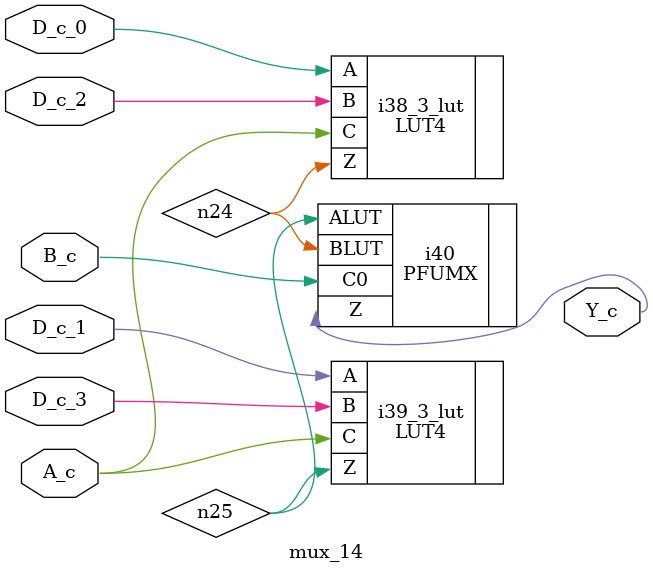
<source format=v>

module func_2bits (A, B, D, Y);   // d:/rtl_fpga/verilog/aula15_mux/func_2bits.vhd(4[8:18])
    input A;   // d:/rtl_fpga/verilog/aula15_mux/func_2bits.vhd(6[2:3])
    input B;   // d:/rtl_fpga/verilog/aula15_mux/func_2bits.vhd(6[5:6])
    input [3:0]D;   // d:/rtl_fpga/verilog/aula15_mux/func_2bits.vhd(7[2:3])
    output Y;   // d:/rtl_fpga/verilog/aula15_mux/func_2bits.vhd(8[2:3])
    
    
    wire A_c, B_c, D_c_3, D_c_2, D_c_1, D_c_0, Y_c, VCC_net, 
        GND_net;
    
    VLO i43 (.Z(GND_net));
    OB Y_pad (.I(Y_c), .O(Y));   // d:/rtl_fpga/verilog/aula15_mux/func_2bits.vhd(8[2:3])
    IB A_pad (.I(A), .O(A_c));   // d:/rtl_fpga/verilog/aula15_mux/func_2bits.vhd(6[2:3])
    IB B_pad (.I(B), .O(B_c));   // d:/rtl_fpga/verilog/aula15_mux/func_2bits.vhd(6[5:6])
    PUR PUR_INST (.PUR(VCC_net));
    defparam PUR_INST.RST_PULSE = 1;
    IB D_pad_3 (.I(D[3]), .O(D_c_3));   // d:/rtl_fpga/verilog/aula15_mux/func_2bits.vhd(7[2:3])
    IB D_pad_2 (.I(D[2]), .O(D_c_2));   // d:/rtl_fpga/verilog/aula15_mux/func_2bits.vhd(7[2:3])
    IB D_pad_1 (.I(D[1]), .O(D_c_1));   // d:/rtl_fpga/verilog/aula15_mux/func_2bits.vhd(7[2:3])
    IB D_pad_0 (.I(D[0]), .O(D_c_0));   // d:/rtl_fpga/verilog/aula15_mux/func_2bits.vhd(7[2:3])
    VHI i32 (.Z(VCC_net));
    mux_14 mux_1 (.D_c_0(D_c_0), .D_c_2(D_c_2), .A_c(A_c), .D_c_1(D_c_1), 
           .D_c_3(D_c_3), .B_c(B_c), .Y_c(Y_c));   // d:/rtl_fpga/verilog/aula15_mux/func_2bits.vhd(29[9:15])
    GSR GSR_INST (.GSR(VCC_net));
    
endmodule
//
// Verilog Description of module PUR
// module not written out since it is a black-box. 
//

//
// Verilog Description of module mux_14
//

module mux_14 (D_c_0, D_c_2, A_c, D_c_1, D_c_3, B_c, Y_c);
    input D_c_0;
    input D_c_2;
    input A_c;
    input D_c_1;
    input D_c_3;
    input B_c;
    output Y_c;
    
    
    wire n24, n25;
    
    LUT4 i38_3_lut (.A(D_c_0), .B(D_c_2), .C(A_c), .Z(n24)) /* synthesis lut_function=(A (B+!(C))+!A (B (C))) */ ;
    defparam i38_3_lut.init = 16'hcaca;
    LUT4 i39_3_lut (.A(D_c_1), .B(D_c_3), .C(A_c), .Z(n25)) /* synthesis lut_function=(A (B+!(C))+!A (B (C))) */ ;
    defparam i39_3_lut.init = 16'hcaca;
    PFUMX i40 (.BLUT(n24), .ALUT(n25), .C0(B_c), .Z(Y_c));
    
endmodule

</source>
